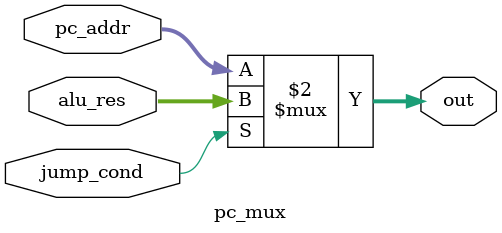
<source format=v>
`timescale 1ns / 1ps


module pc_mux (
    input [7:0]alu_res,
    input [7:0]pc_addr,
    input jump_cond,
    output [7:0]out
);

    assign out = (jump_cond == 1'b1) ? alu_res : pc_addr;

endmodule
</source>
